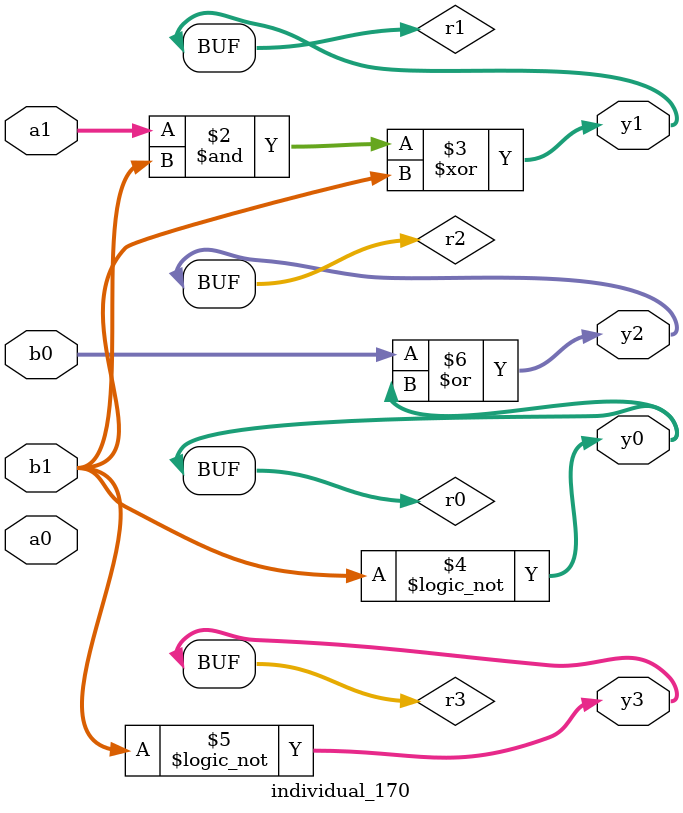
<source format=sv>
module individual_170(input logic [15:0] a1, input logic [15:0] a0, input logic [15:0] b1, input logic [15:0] b0, output logic [15:0] y3, output logic [15:0] y2, output logic [15:0] y1, output logic [15:0] y0);
logic [15:0] r0, r1, r2, r3; 
 always@(*) begin 
	 r0 = a0; r1 = a1; r2 = b0; r3 = b1; 
 	 r1  &=  b1 ;
 	 r1  ^=  b1 ;
 	 r0 = ! b1 ;
 	 r3 = ! r3 ;
 	 r2  |=  r0 ;
 	 y3 = r3; y2 = r2; y1 = r1; y0 = r0; 
end
endmodule
</source>
